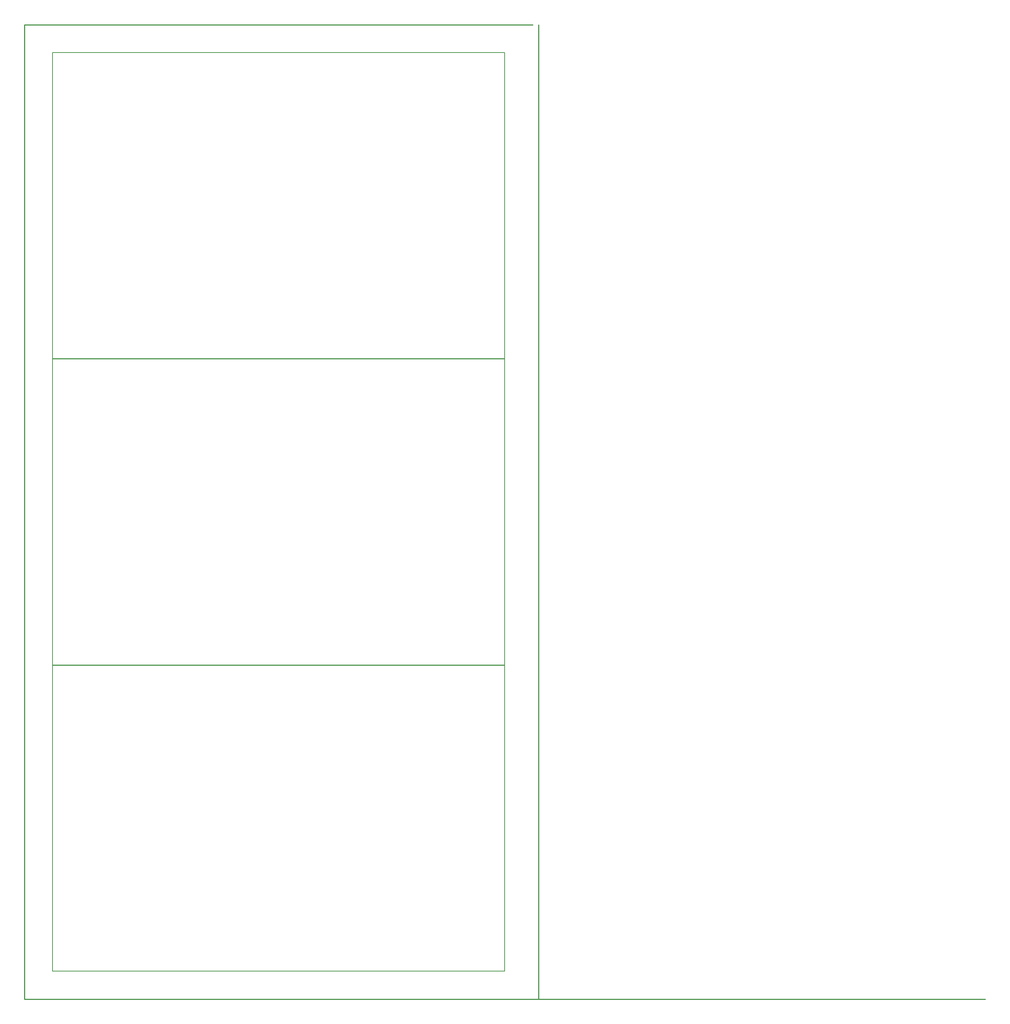
<source format=gm1>
G04 Layer_Color=16711935*
%FSLAX24Y24*%
%MOIN*%
G70*
G01*
G75*
%ADD12C,0.0100*%
%ADD53C,0.0080*%
D12*
X9272Y9272D02*
Y98287D01*
X55709D01*
X56272Y9272D02*
Y98287D01*
X9272Y9272D02*
X97106D01*
D53*
X53150Y11811D02*
Y39764D01*
X11811Y11811D02*
Y39764D01*
Y11811D02*
X53150D01*
X11811Y39764D02*
X53150D01*
X53150Y39803D02*
Y67756D01*
X11811Y39803D02*
Y67756D01*
Y39803D02*
X53150D01*
X11811Y67756D02*
X53150D01*
X53150Y67795D02*
Y95748D01*
X11811Y67795D02*
Y95748D01*
Y67795D02*
X53150D01*
X11811Y95748D02*
X53150D01*
M02*

</source>
